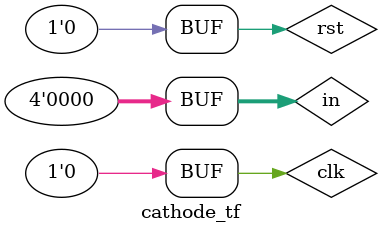
<source format=v>
`timescale 1ns / 1ps


module cathode_tf;

	// Inputs
	reg [3:0] in;
	reg clk;
	reg rst;

	// Outputs
	wire d0;
	wire d1;
	wire d2;
	wire d3;
	wire d4;
	wire d5;
	wire d6;
	wire [31:0] out;

	// Instantiate the Unit Under Test (UUT)
	cathode uut (
		.d0(d0), 
		.d1(d1), 
		.d2(d2), 
		.d3(d3), 
		.d4(d4), 
		.d5(d5), 
		.d6(d6), 
		.in(in), 
		.clk(clk), 
		.rst(rst), 
		.out(out)
	);

	initial begin
		// Initialize Inputs
		in = 0;
		clk = 0;
		rst = 0;

		// Wait 100 ns for global reset to finish
		#100;
        
		// Add stimulus here

	end
      
endmodule


</source>
